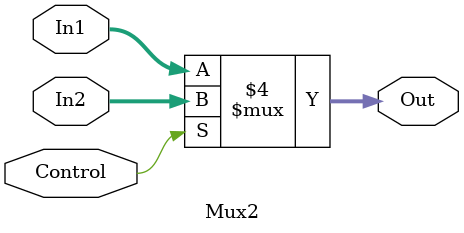
<source format=sv>
module Mux2(input logic Control, input logic [63:0] In1, In2, output logic [63:0]Out);
	always_comb begin
		if(Control == 0) 
			Out = In1;
		else
			Out = In2;
	end

endmodule // mux
</source>
